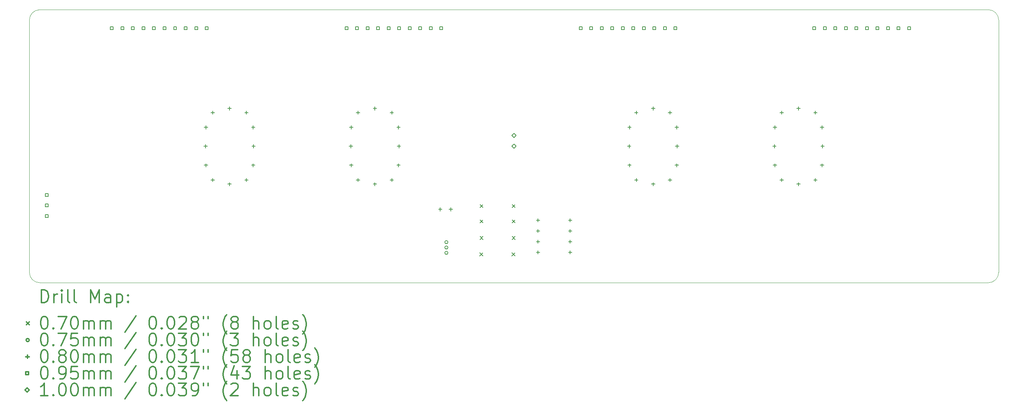
<source format=gbr>
%FSLAX45Y45*%
G04 Gerber Fmt 4.5, Leading zero omitted, Abs format (unit mm)*
G04 Created by KiCad (PCBNEW 5.1.9+dfsg1-1+deb11u1) date 2023-02-08 14:45:03*
%MOMM*%
%LPD*%
G01*
G04 APERTURE LIST*
%TA.AperFunction,Profile*%
%ADD10C,0.050000*%
%TD*%
%ADD11C,0.200000*%
%ADD12C,0.300000*%
G04 APERTURE END LIST*
D10*
X9690000Y-12195000D02*
X32190000Y-12195000D01*
X9445000Y-18435000D02*
X9445000Y-12440000D01*
X32190000Y-18680000D02*
X9690000Y-18680000D01*
X32435000Y-12440000D02*
X32435000Y-18435000D01*
X32190000Y-12195000D02*
G75*
G02*
X32435000Y-12440000I0J-245000D01*
G01*
X32435000Y-18435000D02*
G75*
G02*
X32190000Y-18680000I-245000J0D01*
G01*
X9690000Y-18680000D02*
G75*
G02*
X9445000Y-18435000I0J245000D01*
G01*
X9445000Y-12440000D02*
G75*
G02*
X9690000Y-12195000I245000J0D01*
G01*
D11*
X20130000Y-17970000D02*
X20200000Y-18040000D01*
X20200000Y-17970000D02*
X20130000Y-18040000D01*
X20133000Y-16825000D02*
X20203000Y-16895000D01*
X20203000Y-16825000D02*
X20133000Y-16895000D01*
X20133000Y-17190000D02*
X20203000Y-17260000D01*
X20203000Y-17190000D02*
X20133000Y-17260000D01*
X20133000Y-17580000D02*
X20203000Y-17650000D01*
X20203000Y-17580000D02*
X20133000Y-17650000D01*
X20892000Y-17970000D02*
X20962000Y-18040000D01*
X20962000Y-17970000D02*
X20892000Y-18040000D01*
X20895000Y-16825000D02*
X20965000Y-16895000D01*
X20965000Y-16825000D02*
X20895000Y-16895000D01*
X20895000Y-17190000D02*
X20965000Y-17260000D01*
X20965000Y-17190000D02*
X20895000Y-17260000D01*
X20895000Y-17580000D02*
X20965000Y-17650000D01*
X20965000Y-17580000D02*
X20895000Y-17650000D01*
X19372500Y-17716000D02*
G75*
G03*
X19372500Y-17716000I-37500J0D01*
G01*
X19372500Y-17843000D02*
G75*
G03*
X19372500Y-17843000I-37500J0D01*
G01*
X19372500Y-17970000D02*
G75*
G03*
X19372500Y-17970000I-37500J0D01*
G01*
X13622500Y-15397500D02*
X13622500Y-15477500D01*
X13582500Y-15437500D02*
X13662500Y-15437500D01*
X13632500Y-14947500D02*
X13632500Y-15027500D01*
X13592500Y-14987500D02*
X13672500Y-14987500D01*
X13632500Y-15847500D02*
X13632500Y-15927500D01*
X13592500Y-15887500D02*
X13672500Y-15887500D01*
X13792500Y-14597500D02*
X13792500Y-14677500D01*
X13752500Y-14637500D02*
X13832500Y-14637500D01*
X13792500Y-16197500D02*
X13792500Y-16277500D01*
X13752500Y-16237500D02*
X13832500Y-16237500D01*
X14192500Y-14497500D02*
X14192500Y-14577500D01*
X14152500Y-14537500D02*
X14232500Y-14537500D01*
X14192500Y-16297500D02*
X14192500Y-16377500D01*
X14152500Y-16337500D02*
X14232500Y-16337500D01*
X14592500Y-14597500D02*
X14592500Y-14677500D01*
X14552500Y-14637500D02*
X14632500Y-14637500D01*
X14592500Y-16197500D02*
X14592500Y-16277500D01*
X14552500Y-16237500D02*
X14632500Y-16237500D01*
X14752500Y-14947500D02*
X14752500Y-15027500D01*
X14712500Y-14987500D02*
X14792500Y-14987500D01*
X14752500Y-15847500D02*
X14752500Y-15927500D01*
X14712500Y-15887500D02*
X14792500Y-15887500D01*
X14762500Y-15397500D02*
X14762500Y-15477500D01*
X14722500Y-15437500D02*
X14802500Y-15437500D01*
X17070000Y-15397500D02*
X17070000Y-15477500D01*
X17030000Y-15437500D02*
X17110000Y-15437500D01*
X17080000Y-14947500D02*
X17080000Y-15027500D01*
X17040000Y-14987500D02*
X17120000Y-14987500D01*
X17080000Y-15847500D02*
X17080000Y-15927500D01*
X17040000Y-15887500D02*
X17120000Y-15887500D01*
X17240000Y-14597500D02*
X17240000Y-14677500D01*
X17200000Y-14637500D02*
X17280000Y-14637500D01*
X17240000Y-16197500D02*
X17240000Y-16277500D01*
X17200000Y-16237500D02*
X17280000Y-16237500D01*
X17640000Y-14497500D02*
X17640000Y-14577500D01*
X17600000Y-14537500D02*
X17680000Y-14537500D01*
X17640000Y-16297500D02*
X17640000Y-16377500D01*
X17600000Y-16337500D02*
X17680000Y-16337500D01*
X18040000Y-14597500D02*
X18040000Y-14677500D01*
X18000000Y-14637500D02*
X18080000Y-14637500D01*
X18040000Y-16197500D02*
X18040000Y-16277500D01*
X18000000Y-16237500D02*
X18080000Y-16237500D01*
X18200000Y-14947500D02*
X18200000Y-15027500D01*
X18160000Y-14987500D02*
X18240000Y-14987500D01*
X18200000Y-15847500D02*
X18200000Y-15927500D01*
X18160000Y-15887500D02*
X18240000Y-15887500D01*
X18210000Y-15397500D02*
X18210000Y-15477500D01*
X18170000Y-15437500D02*
X18250000Y-15437500D01*
X19190000Y-16895000D02*
X19190000Y-16975000D01*
X19150000Y-16935000D02*
X19230000Y-16935000D01*
X19440000Y-16895000D02*
X19440000Y-16975000D01*
X19400000Y-16935000D02*
X19480000Y-16935000D01*
X21510000Y-17155000D02*
X21510000Y-17235000D01*
X21470000Y-17195000D02*
X21550000Y-17195000D01*
X21510000Y-17409000D02*
X21510000Y-17489000D01*
X21470000Y-17449000D02*
X21550000Y-17449000D01*
X21510000Y-17663000D02*
X21510000Y-17743000D01*
X21470000Y-17703000D02*
X21550000Y-17703000D01*
X21510000Y-17917000D02*
X21510000Y-17997000D01*
X21470000Y-17957000D02*
X21550000Y-17957000D01*
X22272000Y-17155000D02*
X22272000Y-17235000D01*
X22232000Y-17195000D02*
X22312000Y-17195000D01*
X22272000Y-17409000D02*
X22272000Y-17489000D01*
X22232000Y-17449000D02*
X22312000Y-17449000D01*
X22272000Y-17663000D02*
X22272000Y-17743000D01*
X22232000Y-17703000D02*
X22312000Y-17703000D01*
X22272000Y-17917000D02*
X22272000Y-17997000D01*
X22232000Y-17957000D02*
X22312000Y-17957000D01*
X23670000Y-15397500D02*
X23670000Y-15477500D01*
X23630000Y-15437500D02*
X23710000Y-15437500D01*
X23680000Y-14947500D02*
X23680000Y-15027500D01*
X23640000Y-14987500D02*
X23720000Y-14987500D01*
X23680000Y-15847500D02*
X23680000Y-15927500D01*
X23640000Y-15887500D02*
X23720000Y-15887500D01*
X23840000Y-14597500D02*
X23840000Y-14677500D01*
X23800000Y-14637500D02*
X23880000Y-14637500D01*
X23840000Y-16197500D02*
X23840000Y-16277500D01*
X23800000Y-16237500D02*
X23880000Y-16237500D01*
X24240000Y-14497500D02*
X24240000Y-14577500D01*
X24200000Y-14537500D02*
X24280000Y-14537500D01*
X24240000Y-16297500D02*
X24240000Y-16377500D01*
X24200000Y-16337500D02*
X24280000Y-16337500D01*
X24640000Y-14597500D02*
X24640000Y-14677500D01*
X24600000Y-14637500D02*
X24680000Y-14637500D01*
X24640000Y-16197500D02*
X24640000Y-16277500D01*
X24600000Y-16237500D02*
X24680000Y-16237500D01*
X24800000Y-14947500D02*
X24800000Y-15027500D01*
X24760000Y-14987500D02*
X24840000Y-14987500D01*
X24800000Y-15847500D02*
X24800000Y-15927500D01*
X24760000Y-15887500D02*
X24840000Y-15887500D01*
X24810000Y-15397500D02*
X24810000Y-15477500D01*
X24770000Y-15437500D02*
X24850000Y-15437500D01*
X27117500Y-15397500D02*
X27117500Y-15477500D01*
X27077500Y-15437500D02*
X27157500Y-15437500D01*
X27127500Y-14947500D02*
X27127500Y-15027500D01*
X27087500Y-14987500D02*
X27167500Y-14987500D01*
X27127500Y-15847500D02*
X27127500Y-15927500D01*
X27087500Y-15887500D02*
X27167500Y-15887500D01*
X27287500Y-14597500D02*
X27287500Y-14677500D01*
X27247500Y-14637500D02*
X27327500Y-14637500D01*
X27287500Y-16197500D02*
X27287500Y-16277500D01*
X27247500Y-16237500D02*
X27327500Y-16237500D01*
X27687500Y-14497500D02*
X27687500Y-14577500D01*
X27647500Y-14537500D02*
X27727500Y-14537500D01*
X27687500Y-16297500D02*
X27687500Y-16377500D01*
X27647500Y-16337500D02*
X27727500Y-16337500D01*
X28087500Y-14597500D02*
X28087500Y-14677500D01*
X28047500Y-14637500D02*
X28127500Y-14637500D01*
X28087500Y-16197500D02*
X28087500Y-16277500D01*
X28047500Y-16237500D02*
X28127500Y-16237500D01*
X28247500Y-14947500D02*
X28247500Y-15027500D01*
X28207500Y-14987500D02*
X28287500Y-14987500D01*
X28247500Y-15847500D02*
X28247500Y-15927500D01*
X28207500Y-15887500D02*
X28287500Y-15887500D01*
X28257500Y-15397500D02*
X28257500Y-15477500D01*
X28217500Y-15437500D02*
X28297500Y-15437500D01*
X9893588Y-16628588D02*
X9893588Y-16561412D01*
X9826412Y-16561412D01*
X9826412Y-16628588D01*
X9893588Y-16628588D01*
X9893588Y-16878588D02*
X9893588Y-16811412D01*
X9826412Y-16811412D01*
X9826412Y-16878588D01*
X9893588Y-16878588D01*
X9893588Y-17128588D02*
X9893588Y-17061412D01*
X9826412Y-17061412D01*
X9826412Y-17128588D01*
X9893588Y-17128588D01*
X11433588Y-12668588D02*
X11433588Y-12601412D01*
X11366412Y-12601412D01*
X11366412Y-12668588D01*
X11433588Y-12668588D01*
X11683588Y-12668588D02*
X11683588Y-12601412D01*
X11616412Y-12601412D01*
X11616412Y-12668588D01*
X11683588Y-12668588D01*
X11933588Y-12668588D02*
X11933588Y-12601412D01*
X11866412Y-12601412D01*
X11866412Y-12668588D01*
X11933588Y-12668588D01*
X12183588Y-12668588D02*
X12183588Y-12601412D01*
X12116412Y-12601412D01*
X12116412Y-12668588D01*
X12183588Y-12668588D01*
X12433588Y-12668588D02*
X12433588Y-12601412D01*
X12366412Y-12601412D01*
X12366412Y-12668588D01*
X12433588Y-12668588D01*
X12683588Y-12668588D02*
X12683588Y-12601412D01*
X12616412Y-12601412D01*
X12616412Y-12668588D01*
X12683588Y-12668588D01*
X12933588Y-12668588D02*
X12933588Y-12601412D01*
X12866412Y-12601412D01*
X12866412Y-12668588D01*
X12933588Y-12668588D01*
X13183588Y-12668588D02*
X13183588Y-12601412D01*
X13116412Y-12601412D01*
X13116412Y-12668588D01*
X13183588Y-12668588D01*
X13433588Y-12668588D02*
X13433588Y-12601412D01*
X13366412Y-12601412D01*
X13366412Y-12668588D01*
X13433588Y-12668588D01*
X13683588Y-12668588D02*
X13683588Y-12601412D01*
X13616412Y-12601412D01*
X13616412Y-12668588D01*
X13683588Y-12668588D01*
X16998588Y-12668588D02*
X16998588Y-12601412D01*
X16931412Y-12601412D01*
X16931412Y-12668588D01*
X16998588Y-12668588D01*
X17248588Y-12668588D02*
X17248588Y-12601412D01*
X17181412Y-12601412D01*
X17181412Y-12668588D01*
X17248588Y-12668588D01*
X17498588Y-12668588D02*
X17498588Y-12601412D01*
X17431412Y-12601412D01*
X17431412Y-12668588D01*
X17498588Y-12668588D01*
X17748588Y-12668588D02*
X17748588Y-12601412D01*
X17681412Y-12601412D01*
X17681412Y-12668588D01*
X17748588Y-12668588D01*
X17998588Y-12668588D02*
X17998588Y-12601412D01*
X17931412Y-12601412D01*
X17931412Y-12668588D01*
X17998588Y-12668588D01*
X18248588Y-12668588D02*
X18248588Y-12601412D01*
X18181412Y-12601412D01*
X18181412Y-12668588D01*
X18248588Y-12668588D01*
X18498588Y-12668588D02*
X18498588Y-12601412D01*
X18431412Y-12601412D01*
X18431412Y-12668588D01*
X18498588Y-12668588D01*
X18748588Y-12668588D02*
X18748588Y-12601412D01*
X18681412Y-12601412D01*
X18681412Y-12668588D01*
X18748588Y-12668588D01*
X18998588Y-12668588D02*
X18998588Y-12601412D01*
X18931412Y-12601412D01*
X18931412Y-12668588D01*
X18998588Y-12668588D01*
X19248588Y-12668588D02*
X19248588Y-12601412D01*
X19181412Y-12601412D01*
X19181412Y-12668588D01*
X19248588Y-12668588D01*
X22553588Y-12668588D02*
X22553588Y-12601412D01*
X22486412Y-12601412D01*
X22486412Y-12668588D01*
X22553588Y-12668588D01*
X22803588Y-12668588D02*
X22803588Y-12601412D01*
X22736412Y-12601412D01*
X22736412Y-12668588D01*
X22803588Y-12668588D01*
X23053588Y-12668588D02*
X23053588Y-12601412D01*
X22986412Y-12601412D01*
X22986412Y-12668588D01*
X23053588Y-12668588D01*
X23303588Y-12668588D02*
X23303588Y-12601412D01*
X23236412Y-12601412D01*
X23236412Y-12668588D01*
X23303588Y-12668588D01*
X23553588Y-12668588D02*
X23553588Y-12601412D01*
X23486412Y-12601412D01*
X23486412Y-12668588D01*
X23553588Y-12668588D01*
X23803588Y-12668588D02*
X23803588Y-12601412D01*
X23736412Y-12601412D01*
X23736412Y-12668588D01*
X23803588Y-12668588D01*
X24053588Y-12668588D02*
X24053588Y-12601412D01*
X23986412Y-12601412D01*
X23986412Y-12668588D01*
X24053588Y-12668588D01*
X24303588Y-12668588D02*
X24303588Y-12601412D01*
X24236412Y-12601412D01*
X24236412Y-12668588D01*
X24303588Y-12668588D01*
X24553588Y-12668588D02*
X24553588Y-12601412D01*
X24486412Y-12601412D01*
X24486412Y-12668588D01*
X24553588Y-12668588D01*
X24803588Y-12668588D02*
X24803588Y-12601412D01*
X24736412Y-12601412D01*
X24736412Y-12668588D01*
X24803588Y-12668588D01*
X28093588Y-12668588D02*
X28093588Y-12601412D01*
X28026412Y-12601412D01*
X28026412Y-12668588D01*
X28093588Y-12668588D01*
X28343588Y-12668588D02*
X28343588Y-12601412D01*
X28276412Y-12601412D01*
X28276412Y-12668588D01*
X28343588Y-12668588D01*
X28593588Y-12668588D02*
X28593588Y-12601412D01*
X28526412Y-12601412D01*
X28526412Y-12668588D01*
X28593588Y-12668588D01*
X28843588Y-12668588D02*
X28843588Y-12601412D01*
X28776412Y-12601412D01*
X28776412Y-12668588D01*
X28843588Y-12668588D01*
X29093588Y-12668588D02*
X29093588Y-12601412D01*
X29026412Y-12601412D01*
X29026412Y-12668588D01*
X29093588Y-12668588D01*
X29343588Y-12668588D02*
X29343588Y-12601412D01*
X29276412Y-12601412D01*
X29276412Y-12668588D01*
X29343588Y-12668588D01*
X29593588Y-12668588D02*
X29593588Y-12601412D01*
X29526412Y-12601412D01*
X29526412Y-12668588D01*
X29593588Y-12668588D01*
X29843588Y-12668588D02*
X29843588Y-12601412D01*
X29776412Y-12601412D01*
X29776412Y-12668588D01*
X29843588Y-12668588D01*
X30093588Y-12668588D02*
X30093588Y-12601412D01*
X30026412Y-12601412D01*
X30026412Y-12668588D01*
X30093588Y-12668588D01*
X30343588Y-12668588D02*
X30343588Y-12601412D01*
X30276412Y-12601412D01*
X30276412Y-12668588D01*
X30343588Y-12668588D01*
X20940000Y-15233500D02*
X20990000Y-15183500D01*
X20940000Y-15133500D01*
X20890000Y-15183500D01*
X20940000Y-15233500D01*
X20940000Y-15487500D02*
X20990000Y-15437500D01*
X20940000Y-15387500D01*
X20890000Y-15437500D01*
X20940000Y-15487500D01*
D12*
X9726429Y-19150714D02*
X9726429Y-18850714D01*
X9797857Y-18850714D01*
X9840714Y-18865000D01*
X9869286Y-18893571D01*
X9883571Y-18922143D01*
X9897857Y-18979286D01*
X9897857Y-19022143D01*
X9883571Y-19079286D01*
X9869286Y-19107857D01*
X9840714Y-19136429D01*
X9797857Y-19150714D01*
X9726429Y-19150714D01*
X10026429Y-19150714D02*
X10026429Y-18950714D01*
X10026429Y-19007857D02*
X10040714Y-18979286D01*
X10055000Y-18965000D01*
X10083571Y-18950714D01*
X10112143Y-18950714D01*
X10212143Y-19150714D02*
X10212143Y-18950714D01*
X10212143Y-18850714D02*
X10197857Y-18865000D01*
X10212143Y-18879286D01*
X10226429Y-18865000D01*
X10212143Y-18850714D01*
X10212143Y-18879286D01*
X10397857Y-19150714D02*
X10369286Y-19136429D01*
X10355000Y-19107857D01*
X10355000Y-18850714D01*
X10555000Y-19150714D02*
X10526429Y-19136429D01*
X10512143Y-19107857D01*
X10512143Y-18850714D01*
X10897857Y-19150714D02*
X10897857Y-18850714D01*
X10997857Y-19065000D01*
X11097857Y-18850714D01*
X11097857Y-19150714D01*
X11369286Y-19150714D02*
X11369286Y-18993571D01*
X11355000Y-18965000D01*
X11326428Y-18950714D01*
X11269286Y-18950714D01*
X11240714Y-18965000D01*
X11369286Y-19136429D02*
X11340714Y-19150714D01*
X11269286Y-19150714D01*
X11240714Y-19136429D01*
X11226428Y-19107857D01*
X11226428Y-19079286D01*
X11240714Y-19050714D01*
X11269286Y-19036429D01*
X11340714Y-19036429D01*
X11369286Y-19022143D01*
X11512143Y-18950714D02*
X11512143Y-19250714D01*
X11512143Y-18965000D02*
X11540714Y-18950714D01*
X11597857Y-18950714D01*
X11626428Y-18965000D01*
X11640714Y-18979286D01*
X11655000Y-19007857D01*
X11655000Y-19093571D01*
X11640714Y-19122143D01*
X11626428Y-19136429D01*
X11597857Y-19150714D01*
X11540714Y-19150714D01*
X11512143Y-19136429D01*
X11783571Y-19122143D02*
X11797857Y-19136429D01*
X11783571Y-19150714D01*
X11769286Y-19136429D01*
X11783571Y-19122143D01*
X11783571Y-19150714D01*
X11783571Y-18965000D02*
X11797857Y-18979286D01*
X11783571Y-18993571D01*
X11769286Y-18979286D01*
X11783571Y-18965000D01*
X11783571Y-18993571D01*
X9370000Y-19610000D02*
X9440000Y-19680000D01*
X9440000Y-19610000D02*
X9370000Y-19680000D01*
X9783571Y-19480714D02*
X9812143Y-19480714D01*
X9840714Y-19495000D01*
X9855000Y-19509286D01*
X9869286Y-19537857D01*
X9883571Y-19595000D01*
X9883571Y-19666429D01*
X9869286Y-19723571D01*
X9855000Y-19752143D01*
X9840714Y-19766429D01*
X9812143Y-19780714D01*
X9783571Y-19780714D01*
X9755000Y-19766429D01*
X9740714Y-19752143D01*
X9726429Y-19723571D01*
X9712143Y-19666429D01*
X9712143Y-19595000D01*
X9726429Y-19537857D01*
X9740714Y-19509286D01*
X9755000Y-19495000D01*
X9783571Y-19480714D01*
X10012143Y-19752143D02*
X10026429Y-19766429D01*
X10012143Y-19780714D01*
X9997857Y-19766429D01*
X10012143Y-19752143D01*
X10012143Y-19780714D01*
X10126429Y-19480714D02*
X10326429Y-19480714D01*
X10197857Y-19780714D01*
X10497857Y-19480714D02*
X10526429Y-19480714D01*
X10555000Y-19495000D01*
X10569286Y-19509286D01*
X10583571Y-19537857D01*
X10597857Y-19595000D01*
X10597857Y-19666429D01*
X10583571Y-19723571D01*
X10569286Y-19752143D01*
X10555000Y-19766429D01*
X10526429Y-19780714D01*
X10497857Y-19780714D01*
X10469286Y-19766429D01*
X10455000Y-19752143D01*
X10440714Y-19723571D01*
X10426429Y-19666429D01*
X10426429Y-19595000D01*
X10440714Y-19537857D01*
X10455000Y-19509286D01*
X10469286Y-19495000D01*
X10497857Y-19480714D01*
X10726429Y-19780714D02*
X10726429Y-19580714D01*
X10726429Y-19609286D02*
X10740714Y-19595000D01*
X10769286Y-19580714D01*
X10812143Y-19580714D01*
X10840714Y-19595000D01*
X10855000Y-19623571D01*
X10855000Y-19780714D01*
X10855000Y-19623571D02*
X10869286Y-19595000D01*
X10897857Y-19580714D01*
X10940714Y-19580714D01*
X10969286Y-19595000D01*
X10983571Y-19623571D01*
X10983571Y-19780714D01*
X11126429Y-19780714D02*
X11126429Y-19580714D01*
X11126429Y-19609286D02*
X11140714Y-19595000D01*
X11169286Y-19580714D01*
X11212143Y-19580714D01*
X11240714Y-19595000D01*
X11255000Y-19623571D01*
X11255000Y-19780714D01*
X11255000Y-19623571D02*
X11269286Y-19595000D01*
X11297857Y-19580714D01*
X11340714Y-19580714D01*
X11369286Y-19595000D01*
X11383571Y-19623571D01*
X11383571Y-19780714D01*
X11969286Y-19466429D02*
X11712143Y-19852143D01*
X12355000Y-19480714D02*
X12383571Y-19480714D01*
X12412143Y-19495000D01*
X12426428Y-19509286D01*
X12440714Y-19537857D01*
X12455000Y-19595000D01*
X12455000Y-19666429D01*
X12440714Y-19723571D01*
X12426428Y-19752143D01*
X12412143Y-19766429D01*
X12383571Y-19780714D01*
X12355000Y-19780714D01*
X12326428Y-19766429D01*
X12312143Y-19752143D01*
X12297857Y-19723571D01*
X12283571Y-19666429D01*
X12283571Y-19595000D01*
X12297857Y-19537857D01*
X12312143Y-19509286D01*
X12326428Y-19495000D01*
X12355000Y-19480714D01*
X12583571Y-19752143D02*
X12597857Y-19766429D01*
X12583571Y-19780714D01*
X12569286Y-19766429D01*
X12583571Y-19752143D01*
X12583571Y-19780714D01*
X12783571Y-19480714D02*
X12812143Y-19480714D01*
X12840714Y-19495000D01*
X12855000Y-19509286D01*
X12869286Y-19537857D01*
X12883571Y-19595000D01*
X12883571Y-19666429D01*
X12869286Y-19723571D01*
X12855000Y-19752143D01*
X12840714Y-19766429D01*
X12812143Y-19780714D01*
X12783571Y-19780714D01*
X12755000Y-19766429D01*
X12740714Y-19752143D01*
X12726428Y-19723571D01*
X12712143Y-19666429D01*
X12712143Y-19595000D01*
X12726428Y-19537857D01*
X12740714Y-19509286D01*
X12755000Y-19495000D01*
X12783571Y-19480714D01*
X12997857Y-19509286D02*
X13012143Y-19495000D01*
X13040714Y-19480714D01*
X13112143Y-19480714D01*
X13140714Y-19495000D01*
X13155000Y-19509286D01*
X13169286Y-19537857D01*
X13169286Y-19566429D01*
X13155000Y-19609286D01*
X12983571Y-19780714D01*
X13169286Y-19780714D01*
X13340714Y-19609286D02*
X13312143Y-19595000D01*
X13297857Y-19580714D01*
X13283571Y-19552143D01*
X13283571Y-19537857D01*
X13297857Y-19509286D01*
X13312143Y-19495000D01*
X13340714Y-19480714D01*
X13397857Y-19480714D01*
X13426428Y-19495000D01*
X13440714Y-19509286D01*
X13455000Y-19537857D01*
X13455000Y-19552143D01*
X13440714Y-19580714D01*
X13426428Y-19595000D01*
X13397857Y-19609286D01*
X13340714Y-19609286D01*
X13312143Y-19623571D01*
X13297857Y-19637857D01*
X13283571Y-19666429D01*
X13283571Y-19723571D01*
X13297857Y-19752143D01*
X13312143Y-19766429D01*
X13340714Y-19780714D01*
X13397857Y-19780714D01*
X13426428Y-19766429D01*
X13440714Y-19752143D01*
X13455000Y-19723571D01*
X13455000Y-19666429D01*
X13440714Y-19637857D01*
X13426428Y-19623571D01*
X13397857Y-19609286D01*
X13569286Y-19480714D02*
X13569286Y-19537857D01*
X13683571Y-19480714D02*
X13683571Y-19537857D01*
X14126428Y-19895000D02*
X14112143Y-19880714D01*
X14083571Y-19837857D01*
X14069286Y-19809286D01*
X14055000Y-19766429D01*
X14040714Y-19695000D01*
X14040714Y-19637857D01*
X14055000Y-19566429D01*
X14069286Y-19523571D01*
X14083571Y-19495000D01*
X14112143Y-19452143D01*
X14126428Y-19437857D01*
X14283571Y-19609286D02*
X14255000Y-19595000D01*
X14240714Y-19580714D01*
X14226428Y-19552143D01*
X14226428Y-19537857D01*
X14240714Y-19509286D01*
X14255000Y-19495000D01*
X14283571Y-19480714D01*
X14340714Y-19480714D01*
X14369286Y-19495000D01*
X14383571Y-19509286D01*
X14397857Y-19537857D01*
X14397857Y-19552143D01*
X14383571Y-19580714D01*
X14369286Y-19595000D01*
X14340714Y-19609286D01*
X14283571Y-19609286D01*
X14255000Y-19623571D01*
X14240714Y-19637857D01*
X14226428Y-19666429D01*
X14226428Y-19723571D01*
X14240714Y-19752143D01*
X14255000Y-19766429D01*
X14283571Y-19780714D01*
X14340714Y-19780714D01*
X14369286Y-19766429D01*
X14383571Y-19752143D01*
X14397857Y-19723571D01*
X14397857Y-19666429D01*
X14383571Y-19637857D01*
X14369286Y-19623571D01*
X14340714Y-19609286D01*
X14755000Y-19780714D02*
X14755000Y-19480714D01*
X14883571Y-19780714D02*
X14883571Y-19623571D01*
X14869286Y-19595000D01*
X14840714Y-19580714D01*
X14797857Y-19580714D01*
X14769286Y-19595000D01*
X14755000Y-19609286D01*
X15069286Y-19780714D02*
X15040714Y-19766429D01*
X15026428Y-19752143D01*
X15012143Y-19723571D01*
X15012143Y-19637857D01*
X15026428Y-19609286D01*
X15040714Y-19595000D01*
X15069286Y-19580714D01*
X15112143Y-19580714D01*
X15140714Y-19595000D01*
X15155000Y-19609286D01*
X15169286Y-19637857D01*
X15169286Y-19723571D01*
X15155000Y-19752143D01*
X15140714Y-19766429D01*
X15112143Y-19780714D01*
X15069286Y-19780714D01*
X15340714Y-19780714D02*
X15312143Y-19766429D01*
X15297857Y-19737857D01*
X15297857Y-19480714D01*
X15569286Y-19766429D02*
X15540714Y-19780714D01*
X15483571Y-19780714D01*
X15455000Y-19766429D01*
X15440714Y-19737857D01*
X15440714Y-19623571D01*
X15455000Y-19595000D01*
X15483571Y-19580714D01*
X15540714Y-19580714D01*
X15569286Y-19595000D01*
X15583571Y-19623571D01*
X15583571Y-19652143D01*
X15440714Y-19680714D01*
X15697857Y-19766429D02*
X15726428Y-19780714D01*
X15783571Y-19780714D01*
X15812143Y-19766429D01*
X15826428Y-19737857D01*
X15826428Y-19723571D01*
X15812143Y-19695000D01*
X15783571Y-19680714D01*
X15740714Y-19680714D01*
X15712143Y-19666429D01*
X15697857Y-19637857D01*
X15697857Y-19623571D01*
X15712143Y-19595000D01*
X15740714Y-19580714D01*
X15783571Y-19580714D01*
X15812143Y-19595000D01*
X15926428Y-19895000D02*
X15940714Y-19880714D01*
X15969286Y-19837857D01*
X15983571Y-19809286D01*
X15997857Y-19766429D01*
X16012143Y-19695000D01*
X16012143Y-19637857D01*
X15997857Y-19566429D01*
X15983571Y-19523571D01*
X15969286Y-19495000D01*
X15940714Y-19452143D01*
X15926428Y-19437857D01*
X9440000Y-20041000D02*
G75*
G03*
X9440000Y-20041000I-37500J0D01*
G01*
X9783571Y-19876714D02*
X9812143Y-19876714D01*
X9840714Y-19891000D01*
X9855000Y-19905286D01*
X9869286Y-19933857D01*
X9883571Y-19991000D01*
X9883571Y-20062429D01*
X9869286Y-20119571D01*
X9855000Y-20148143D01*
X9840714Y-20162429D01*
X9812143Y-20176714D01*
X9783571Y-20176714D01*
X9755000Y-20162429D01*
X9740714Y-20148143D01*
X9726429Y-20119571D01*
X9712143Y-20062429D01*
X9712143Y-19991000D01*
X9726429Y-19933857D01*
X9740714Y-19905286D01*
X9755000Y-19891000D01*
X9783571Y-19876714D01*
X10012143Y-20148143D02*
X10026429Y-20162429D01*
X10012143Y-20176714D01*
X9997857Y-20162429D01*
X10012143Y-20148143D01*
X10012143Y-20176714D01*
X10126429Y-19876714D02*
X10326429Y-19876714D01*
X10197857Y-20176714D01*
X10583571Y-19876714D02*
X10440714Y-19876714D01*
X10426429Y-20019571D01*
X10440714Y-20005286D01*
X10469286Y-19991000D01*
X10540714Y-19991000D01*
X10569286Y-20005286D01*
X10583571Y-20019571D01*
X10597857Y-20048143D01*
X10597857Y-20119571D01*
X10583571Y-20148143D01*
X10569286Y-20162429D01*
X10540714Y-20176714D01*
X10469286Y-20176714D01*
X10440714Y-20162429D01*
X10426429Y-20148143D01*
X10726429Y-20176714D02*
X10726429Y-19976714D01*
X10726429Y-20005286D02*
X10740714Y-19991000D01*
X10769286Y-19976714D01*
X10812143Y-19976714D01*
X10840714Y-19991000D01*
X10855000Y-20019571D01*
X10855000Y-20176714D01*
X10855000Y-20019571D02*
X10869286Y-19991000D01*
X10897857Y-19976714D01*
X10940714Y-19976714D01*
X10969286Y-19991000D01*
X10983571Y-20019571D01*
X10983571Y-20176714D01*
X11126429Y-20176714D02*
X11126429Y-19976714D01*
X11126429Y-20005286D02*
X11140714Y-19991000D01*
X11169286Y-19976714D01*
X11212143Y-19976714D01*
X11240714Y-19991000D01*
X11255000Y-20019571D01*
X11255000Y-20176714D01*
X11255000Y-20019571D02*
X11269286Y-19991000D01*
X11297857Y-19976714D01*
X11340714Y-19976714D01*
X11369286Y-19991000D01*
X11383571Y-20019571D01*
X11383571Y-20176714D01*
X11969286Y-19862429D02*
X11712143Y-20248143D01*
X12355000Y-19876714D02*
X12383571Y-19876714D01*
X12412143Y-19891000D01*
X12426428Y-19905286D01*
X12440714Y-19933857D01*
X12455000Y-19991000D01*
X12455000Y-20062429D01*
X12440714Y-20119571D01*
X12426428Y-20148143D01*
X12412143Y-20162429D01*
X12383571Y-20176714D01*
X12355000Y-20176714D01*
X12326428Y-20162429D01*
X12312143Y-20148143D01*
X12297857Y-20119571D01*
X12283571Y-20062429D01*
X12283571Y-19991000D01*
X12297857Y-19933857D01*
X12312143Y-19905286D01*
X12326428Y-19891000D01*
X12355000Y-19876714D01*
X12583571Y-20148143D02*
X12597857Y-20162429D01*
X12583571Y-20176714D01*
X12569286Y-20162429D01*
X12583571Y-20148143D01*
X12583571Y-20176714D01*
X12783571Y-19876714D02*
X12812143Y-19876714D01*
X12840714Y-19891000D01*
X12855000Y-19905286D01*
X12869286Y-19933857D01*
X12883571Y-19991000D01*
X12883571Y-20062429D01*
X12869286Y-20119571D01*
X12855000Y-20148143D01*
X12840714Y-20162429D01*
X12812143Y-20176714D01*
X12783571Y-20176714D01*
X12755000Y-20162429D01*
X12740714Y-20148143D01*
X12726428Y-20119571D01*
X12712143Y-20062429D01*
X12712143Y-19991000D01*
X12726428Y-19933857D01*
X12740714Y-19905286D01*
X12755000Y-19891000D01*
X12783571Y-19876714D01*
X12983571Y-19876714D02*
X13169286Y-19876714D01*
X13069286Y-19991000D01*
X13112143Y-19991000D01*
X13140714Y-20005286D01*
X13155000Y-20019571D01*
X13169286Y-20048143D01*
X13169286Y-20119571D01*
X13155000Y-20148143D01*
X13140714Y-20162429D01*
X13112143Y-20176714D01*
X13026428Y-20176714D01*
X12997857Y-20162429D01*
X12983571Y-20148143D01*
X13355000Y-19876714D02*
X13383571Y-19876714D01*
X13412143Y-19891000D01*
X13426428Y-19905286D01*
X13440714Y-19933857D01*
X13455000Y-19991000D01*
X13455000Y-20062429D01*
X13440714Y-20119571D01*
X13426428Y-20148143D01*
X13412143Y-20162429D01*
X13383571Y-20176714D01*
X13355000Y-20176714D01*
X13326428Y-20162429D01*
X13312143Y-20148143D01*
X13297857Y-20119571D01*
X13283571Y-20062429D01*
X13283571Y-19991000D01*
X13297857Y-19933857D01*
X13312143Y-19905286D01*
X13326428Y-19891000D01*
X13355000Y-19876714D01*
X13569286Y-19876714D02*
X13569286Y-19933857D01*
X13683571Y-19876714D02*
X13683571Y-19933857D01*
X14126428Y-20291000D02*
X14112143Y-20276714D01*
X14083571Y-20233857D01*
X14069286Y-20205286D01*
X14055000Y-20162429D01*
X14040714Y-20091000D01*
X14040714Y-20033857D01*
X14055000Y-19962429D01*
X14069286Y-19919571D01*
X14083571Y-19891000D01*
X14112143Y-19848143D01*
X14126428Y-19833857D01*
X14212143Y-19876714D02*
X14397857Y-19876714D01*
X14297857Y-19991000D01*
X14340714Y-19991000D01*
X14369286Y-20005286D01*
X14383571Y-20019571D01*
X14397857Y-20048143D01*
X14397857Y-20119571D01*
X14383571Y-20148143D01*
X14369286Y-20162429D01*
X14340714Y-20176714D01*
X14255000Y-20176714D01*
X14226428Y-20162429D01*
X14212143Y-20148143D01*
X14755000Y-20176714D02*
X14755000Y-19876714D01*
X14883571Y-20176714D02*
X14883571Y-20019571D01*
X14869286Y-19991000D01*
X14840714Y-19976714D01*
X14797857Y-19976714D01*
X14769286Y-19991000D01*
X14755000Y-20005286D01*
X15069286Y-20176714D02*
X15040714Y-20162429D01*
X15026428Y-20148143D01*
X15012143Y-20119571D01*
X15012143Y-20033857D01*
X15026428Y-20005286D01*
X15040714Y-19991000D01*
X15069286Y-19976714D01*
X15112143Y-19976714D01*
X15140714Y-19991000D01*
X15155000Y-20005286D01*
X15169286Y-20033857D01*
X15169286Y-20119571D01*
X15155000Y-20148143D01*
X15140714Y-20162429D01*
X15112143Y-20176714D01*
X15069286Y-20176714D01*
X15340714Y-20176714D02*
X15312143Y-20162429D01*
X15297857Y-20133857D01*
X15297857Y-19876714D01*
X15569286Y-20162429D02*
X15540714Y-20176714D01*
X15483571Y-20176714D01*
X15455000Y-20162429D01*
X15440714Y-20133857D01*
X15440714Y-20019571D01*
X15455000Y-19991000D01*
X15483571Y-19976714D01*
X15540714Y-19976714D01*
X15569286Y-19991000D01*
X15583571Y-20019571D01*
X15583571Y-20048143D01*
X15440714Y-20076714D01*
X15697857Y-20162429D02*
X15726428Y-20176714D01*
X15783571Y-20176714D01*
X15812143Y-20162429D01*
X15826428Y-20133857D01*
X15826428Y-20119571D01*
X15812143Y-20091000D01*
X15783571Y-20076714D01*
X15740714Y-20076714D01*
X15712143Y-20062429D01*
X15697857Y-20033857D01*
X15697857Y-20019571D01*
X15712143Y-19991000D01*
X15740714Y-19976714D01*
X15783571Y-19976714D01*
X15812143Y-19991000D01*
X15926428Y-20291000D02*
X15940714Y-20276714D01*
X15969286Y-20233857D01*
X15983571Y-20205286D01*
X15997857Y-20162429D01*
X16012143Y-20091000D01*
X16012143Y-20033857D01*
X15997857Y-19962429D01*
X15983571Y-19919571D01*
X15969286Y-19891000D01*
X15940714Y-19848143D01*
X15926428Y-19833857D01*
X9400000Y-20397000D02*
X9400000Y-20477000D01*
X9360000Y-20437000D02*
X9440000Y-20437000D01*
X9783571Y-20272714D02*
X9812143Y-20272714D01*
X9840714Y-20287000D01*
X9855000Y-20301286D01*
X9869286Y-20329857D01*
X9883571Y-20387000D01*
X9883571Y-20458429D01*
X9869286Y-20515571D01*
X9855000Y-20544143D01*
X9840714Y-20558429D01*
X9812143Y-20572714D01*
X9783571Y-20572714D01*
X9755000Y-20558429D01*
X9740714Y-20544143D01*
X9726429Y-20515571D01*
X9712143Y-20458429D01*
X9712143Y-20387000D01*
X9726429Y-20329857D01*
X9740714Y-20301286D01*
X9755000Y-20287000D01*
X9783571Y-20272714D01*
X10012143Y-20544143D02*
X10026429Y-20558429D01*
X10012143Y-20572714D01*
X9997857Y-20558429D01*
X10012143Y-20544143D01*
X10012143Y-20572714D01*
X10197857Y-20401286D02*
X10169286Y-20387000D01*
X10155000Y-20372714D01*
X10140714Y-20344143D01*
X10140714Y-20329857D01*
X10155000Y-20301286D01*
X10169286Y-20287000D01*
X10197857Y-20272714D01*
X10255000Y-20272714D01*
X10283571Y-20287000D01*
X10297857Y-20301286D01*
X10312143Y-20329857D01*
X10312143Y-20344143D01*
X10297857Y-20372714D01*
X10283571Y-20387000D01*
X10255000Y-20401286D01*
X10197857Y-20401286D01*
X10169286Y-20415571D01*
X10155000Y-20429857D01*
X10140714Y-20458429D01*
X10140714Y-20515571D01*
X10155000Y-20544143D01*
X10169286Y-20558429D01*
X10197857Y-20572714D01*
X10255000Y-20572714D01*
X10283571Y-20558429D01*
X10297857Y-20544143D01*
X10312143Y-20515571D01*
X10312143Y-20458429D01*
X10297857Y-20429857D01*
X10283571Y-20415571D01*
X10255000Y-20401286D01*
X10497857Y-20272714D02*
X10526429Y-20272714D01*
X10555000Y-20287000D01*
X10569286Y-20301286D01*
X10583571Y-20329857D01*
X10597857Y-20387000D01*
X10597857Y-20458429D01*
X10583571Y-20515571D01*
X10569286Y-20544143D01*
X10555000Y-20558429D01*
X10526429Y-20572714D01*
X10497857Y-20572714D01*
X10469286Y-20558429D01*
X10455000Y-20544143D01*
X10440714Y-20515571D01*
X10426429Y-20458429D01*
X10426429Y-20387000D01*
X10440714Y-20329857D01*
X10455000Y-20301286D01*
X10469286Y-20287000D01*
X10497857Y-20272714D01*
X10726429Y-20572714D02*
X10726429Y-20372714D01*
X10726429Y-20401286D02*
X10740714Y-20387000D01*
X10769286Y-20372714D01*
X10812143Y-20372714D01*
X10840714Y-20387000D01*
X10855000Y-20415571D01*
X10855000Y-20572714D01*
X10855000Y-20415571D02*
X10869286Y-20387000D01*
X10897857Y-20372714D01*
X10940714Y-20372714D01*
X10969286Y-20387000D01*
X10983571Y-20415571D01*
X10983571Y-20572714D01*
X11126429Y-20572714D02*
X11126429Y-20372714D01*
X11126429Y-20401286D02*
X11140714Y-20387000D01*
X11169286Y-20372714D01*
X11212143Y-20372714D01*
X11240714Y-20387000D01*
X11255000Y-20415571D01*
X11255000Y-20572714D01*
X11255000Y-20415571D02*
X11269286Y-20387000D01*
X11297857Y-20372714D01*
X11340714Y-20372714D01*
X11369286Y-20387000D01*
X11383571Y-20415571D01*
X11383571Y-20572714D01*
X11969286Y-20258429D02*
X11712143Y-20644143D01*
X12355000Y-20272714D02*
X12383571Y-20272714D01*
X12412143Y-20287000D01*
X12426428Y-20301286D01*
X12440714Y-20329857D01*
X12455000Y-20387000D01*
X12455000Y-20458429D01*
X12440714Y-20515571D01*
X12426428Y-20544143D01*
X12412143Y-20558429D01*
X12383571Y-20572714D01*
X12355000Y-20572714D01*
X12326428Y-20558429D01*
X12312143Y-20544143D01*
X12297857Y-20515571D01*
X12283571Y-20458429D01*
X12283571Y-20387000D01*
X12297857Y-20329857D01*
X12312143Y-20301286D01*
X12326428Y-20287000D01*
X12355000Y-20272714D01*
X12583571Y-20544143D02*
X12597857Y-20558429D01*
X12583571Y-20572714D01*
X12569286Y-20558429D01*
X12583571Y-20544143D01*
X12583571Y-20572714D01*
X12783571Y-20272714D02*
X12812143Y-20272714D01*
X12840714Y-20287000D01*
X12855000Y-20301286D01*
X12869286Y-20329857D01*
X12883571Y-20387000D01*
X12883571Y-20458429D01*
X12869286Y-20515571D01*
X12855000Y-20544143D01*
X12840714Y-20558429D01*
X12812143Y-20572714D01*
X12783571Y-20572714D01*
X12755000Y-20558429D01*
X12740714Y-20544143D01*
X12726428Y-20515571D01*
X12712143Y-20458429D01*
X12712143Y-20387000D01*
X12726428Y-20329857D01*
X12740714Y-20301286D01*
X12755000Y-20287000D01*
X12783571Y-20272714D01*
X12983571Y-20272714D02*
X13169286Y-20272714D01*
X13069286Y-20387000D01*
X13112143Y-20387000D01*
X13140714Y-20401286D01*
X13155000Y-20415571D01*
X13169286Y-20444143D01*
X13169286Y-20515571D01*
X13155000Y-20544143D01*
X13140714Y-20558429D01*
X13112143Y-20572714D01*
X13026428Y-20572714D01*
X12997857Y-20558429D01*
X12983571Y-20544143D01*
X13455000Y-20572714D02*
X13283571Y-20572714D01*
X13369286Y-20572714D02*
X13369286Y-20272714D01*
X13340714Y-20315571D01*
X13312143Y-20344143D01*
X13283571Y-20358429D01*
X13569286Y-20272714D02*
X13569286Y-20329857D01*
X13683571Y-20272714D02*
X13683571Y-20329857D01*
X14126428Y-20687000D02*
X14112143Y-20672714D01*
X14083571Y-20629857D01*
X14069286Y-20601286D01*
X14055000Y-20558429D01*
X14040714Y-20487000D01*
X14040714Y-20429857D01*
X14055000Y-20358429D01*
X14069286Y-20315571D01*
X14083571Y-20287000D01*
X14112143Y-20244143D01*
X14126428Y-20229857D01*
X14383571Y-20272714D02*
X14240714Y-20272714D01*
X14226428Y-20415571D01*
X14240714Y-20401286D01*
X14269286Y-20387000D01*
X14340714Y-20387000D01*
X14369286Y-20401286D01*
X14383571Y-20415571D01*
X14397857Y-20444143D01*
X14397857Y-20515571D01*
X14383571Y-20544143D01*
X14369286Y-20558429D01*
X14340714Y-20572714D01*
X14269286Y-20572714D01*
X14240714Y-20558429D01*
X14226428Y-20544143D01*
X14569286Y-20401286D02*
X14540714Y-20387000D01*
X14526428Y-20372714D01*
X14512143Y-20344143D01*
X14512143Y-20329857D01*
X14526428Y-20301286D01*
X14540714Y-20287000D01*
X14569286Y-20272714D01*
X14626428Y-20272714D01*
X14655000Y-20287000D01*
X14669286Y-20301286D01*
X14683571Y-20329857D01*
X14683571Y-20344143D01*
X14669286Y-20372714D01*
X14655000Y-20387000D01*
X14626428Y-20401286D01*
X14569286Y-20401286D01*
X14540714Y-20415571D01*
X14526428Y-20429857D01*
X14512143Y-20458429D01*
X14512143Y-20515571D01*
X14526428Y-20544143D01*
X14540714Y-20558429D01*
X14569286Y-20572714D01*
X14626428Y-20572714D01*
X14655000Y-20558429D01*
X14669286Y-20544143D01*
X14683571Y-20515571D01*
X14683571Y-20458429D01*
X14669286Y-20429857D01*
X14655000Y-20415571D01*
X14626428Y-20401286D01*
X15040714Y-20572714D02*
X15040714Y-20272714D01*
X15169286Y-20572714D02*
X15169286Y-20415571D01*
X15155000Y-20387000D01*
X15126428Y-20372714D01*
X15083571Y-20372714D01*
X15055000Y-20387000D01*
X15040714Y-20401286D01*
X15355000Y-20572714D02*
X15326428Y-20558429D01*
X15312143Y-20544143D01*
X15297857Y-20515571D01*
X15297857Y-20429857D01*
X15312143Y-20401286D01*
X15326428Y-20387000D01*
X15355000Y-20372714D01*
X15397857Y-20372714D01*
X15426428Y-20387000D01*
X15440714Y-20401286D01*
X15455000Y-20429857D01*
X15455000Y-20515571D01*
X15440714Y-20544143D01*
X15426428Y-20558429D01*
X15397857Y-20572714D01*
X15355000Y-20572714D01*
X15626428Y-20572714D02*
X15597857Y-20558429D01*
X15583571Y-20529857D01*
X15583571Y-20272714D01*
X15855000Y-20558429D02*
X15826428Y-20572714D01*
X15769286Y-20572714D01*
X15740714Y-20558429D01*
X15726428Y-20529857D01*
X15726428Y-20415571D01*
X15740714Y-20387000D01*
X15769286Y-20372714D01*
X15826428Y-20372714D01*
X15855000Y-20387000D01*
X15869286Y-20415571D01*
X15869286Y-20444143D01*
X15726428Y-20472714D01*
X15983571Y-20558429D02*
X16012143Y-20572714D01*
X16069286Y-20572714D01*
X16097857Y-20558429D01*
X16112143Y-20529857D01*
X16112143Y-20515571D01*
X16097857Y-20487000D01*
X16069286Y-20472714D01*
X16026428Y-20472714D01*
X15997857Y-20458429D01*
X15983571Y-20429857D01*
X15983571Y-20415571D01*
X15997857Y-20387000D01*
X16026428Y-20372714D01*
X16069286Y-20372714D01*
X16097857Y-20387000D01*
X16212143Y-20687000D02*
X16226428Y-20672714D01*
X16255000Y-20629857D01*
X16269286Y-20601286D01*
X16283571Y-20558429D01*
X16297857Y-20487000D01*
X16297857Y-20429857D01*
X16283571Y-20358429D01*
X16269286Y-20315571D01*
X16255000Y-20287000D01*
X16226428Y-20244143D01*
X16212143Y-20229857D01*
X9426088Y-20866588D02*
X9426088Y-20799412D01*
X9358912Y-20799412D01*
X9358912Y-20866588D01*
X9426088Y-20866588D01*
X9783571Y-20668714D02*
X9812143Y-20668714D01*
X9840714Y-20683000D01*
X9855000Y-20697286D01*
X9869286Y-20725857D01*
X9883571Y-20783000D01*
X9883571Y-20854429D01*
X9869286Y-20911571D01*
X9855000Y-20940143D01*
X9840714Y-20954429D01*
X9812143Y-20968714D01*
X9783571Y-20968714D01*
X9755000Y-20954429D01*
X9740714Y-20940143D01*
X9726429Y-20911571D01*
X9712143Y-20854429D01*
X9712143Y-20783000D01*
X9726429Y-20725857D01*
X9740714Y-20697286D01*
X9755000Y-20683000D01*
X9783571Y-20668714D01*
X10012143Y-20940143D02*
X10026429Y-20954429D01*
X10012143Y-20968714D01*
X9997857Y-20954429D01*
X10012143Y-20940143D01*
X10012143Y-20968714D01*
X10169286Y-20968714D02*
X10226429Y-20968714D01*
X10255000Y-20954429D01*
X10269286Y-20940143D01*
X10297857Y-20897286D01*
X10312143Y-20840143D01*
X10312143Y-20725857D01*
X10297857Y-20697286D01*
X10283571Y-20683000D01*
X10255000Y-20668714D01*
X10197857Y-20668714D01*
X10169286Y-20683000D01*
X10155000Y-20697286D01*
X10140714Y-20725857D01*
X10140714Y-20797286D01*
X10155000Y-20825857D01*
X10169286Y-20840143D01*
X10197857Y-20854429D01*
X10255000Y-20854429D01*
X10283571Y-20840143D01*
X10297857Y-20825857D01*
X10312143Y-20797286D01*
X10583571Y-20668714D02*
X10440714Y-20668714D01*
X10426429Y-20811571D01*
X10440714Y-20797286D01*
X10469286Y-20783000D01*
X10540714Y-20783000D01*
X10569286Y-20797286D01*
X10583571Y-20811571D01*
X10597857Y-20840143D01*
X10597857Y-20911571D01*
X10583571Y-20940143D01*
X10569286Y-20954429D01*
X10540714Y-20968714D01*
X10469286Y-20968714D01*
X10440714Y-20954429D01*
X10426429Y-20940143D01*
X10726429Y-20968714D02*
X10726429Y-20768714D01*
X10726429Y-20797286D02*
X10740714Y-20783000D01*
X10769286Y-20768714D01*
X10812143Y-20768714D01*
X10840714Y-20783000D01*
X10855000Y-20811571D01*
X10855000Y-20968714D01*
X10855000Y-20811571D02*
X10869286Y-20783000D01*
X10897857Y-20768714D01*
X10940714Y-20768714D01*
X10969286Y-20783000D01*
X10983571Y-20811571D01*
X10983571Y-20968714D01*
X11126429Y-20968714D02*
X11126429Y-20768714D01*
X11126429Y-20797286D02*
X11140714Y-20783000D01*
X11169286Y-20768714D01*
X11212143Y-20768714D01*
X11240714Y-20783000D01*
X11255000Y-20811571D01*
X11255000Y-20968714D01*
X11255000Y-20811571D02*
X11269286Y-20783000D01*
X11297857Y-20768714D01*
X11340714Y-20768714D01*
X11369286Y-20783000D01*
X11383571Y-20811571D01*
X11383571Y-20968714D01*
X11969286Y-20654429D02*
X11712143Y-21040143D01*
X12355000Y-20668714D02*
X12383571Y-20668714D01*
X12412143Y-20683000D01*
X12426428Y-20697286D01*
X12440714Y-20725857D01*
X12455000Y-20783000D01*
X12455000Y-20854429D01*
X12440714Y-20911571D01*
X12426428Y-20940143D01*
X12412143Y-20954429D01*
X12383571Y-20968714D01*
X12355000Y-20968714D01*
X12326428Y-20954429D01*
X12312143Y-20940143D01*
X12297857Y-20911571D01*
X12283571Y-20854429D01*
X12283571Y-20783000D01*
X12297857Y-20725857D01*
X12312143Y-20697286D01*
X12326428Y-20683000D01*
X12355000Y-20668714D01*
X12583571Y-20940143D02*
X12597857Y-20954429D01*
X12583571Y-20968714D01*
X12569286Y-20954429D01*
X12583571Y-20940143D01*
X12583571Y-20968714D01*
X12783571Y-20668714D02*
X12812143Y-20668714D01*
X12840714Y-20683000D01*
X12855000Y-20697286D01*
X12869286Y-20725857D01*
X12883571Y-20783000D01*
X12883571Y-20854429D01*
X12869286Y-20911571D01*
X12855000Y-20940143D01*
X12840714Y-20954429D01*
X12812143Y-20968714D01*
X12783571Y-20968714D01*
X12755000Y-20954429D01*
X12740714Y-20940143D01*
X12726428Y-20911571D01*
X12712143Y-20854429D01*
X12712143Y-20783000D01*
X12726428Y-20725857D01*
X12740714Y-20697286D01*
X12755000Y-20683000D01*
X12783571Y-20668714D01*
X12983571Y-20668714D02*
X13169286Y-20668714D01*
X13069286Y-20783000D01*
X13112143Y-20783000D01*
X13140714Y-20797286D01*
X13155000Y-20811571D01*
X13169286Y-20840143D01*
X13169286Y-20911571D01*
X13155000Y-20940143D01*
X13140714Y-20954429D01*
X13112143Y-20968714D01*
X13026428Y-20968714D01*
X12997857Y-20954429D01*
X12983571Y-20940143D01*
X13269286Y-20668714D02*
X13469286Y-20668714D01*
X13340714Y-20968714D01*
X13569286Y-20668714D02*
X13569286Y-20725857D01*
X13683571Y-20668714D02*
X13683571Y-20725857D01*
X14126428Y-21083000D02*
X14112143Y-21068714D01*
X14083571Y-21025857D01*
X14069286Y-20997286D01*
X14055000Y-20954429D01*
X14040714Y-20883000D01*
X14040714Y-20825857D01*
X14055000Y-20754429D01*
X14069286Y-20711571D01*
X14083571Y-20683000D01*
X14112143Y-20640143D01*
X14126428Y-20625857D01*
X14369286Y-20768714D02*
X14369286Y-20968714D01*
X14297857Y-20654429D02*
X14226428Y-20868714D01*
X14412143Y-20868714D01*
X14497857Y-20668714D02*
X14683571Y-20668714D01*
X14583571Y-20783000D01*
X14626428Y-20783000D01*
X14655000Y-20797286D01*
X14669286Y-20811571D01*
X14683571Y-20840143D01*
X14683571Y-20911571D01*
X14669286Y-20940143D01*
X14655000Y-20954429D01*
X14626428Y-20968714D01*
X14540714Y-20968714D01*
X14512143Y-20954429D01*
X14497857Y-20940143D01*
X15040714Y-20968714D02*
X15040714Y-20668714D01*
X15169286Y-20968714D02*
X15169286Y-20811571D01*
X15155000Y-20783000D01*
X15126428Y-20768714D01*
X15083571Y-20768714D01*
X15055000Y-20783000D01*
X15040714Y-20797286D01*
X15355000Y-20968714D02*
X15326428Y-20954429D01*
X15312143Y-20940143D01*
X15297857Y-20911571D01*
X15297857Y-20825857D01*
X15312143Y-20797286D01*
X15326428Y-20783000D01*
X15355000Y-20768714D01*
X15397857Y-20768714D01*
X15426428Y-20783000D01*
X15440714Y-20797286D01*
X15455000Y-20825857D01*
X15455000Y-20911571D01*
X15440714Y-20940143D01*
X15426428Y-20954429D01*
X15397857Y-20968714D01*
X15355000Y-20968714D01*
X15626428Y-20968714D02*
X15597857Y-20954429D01*
X15583571Y-20925857D01*
X15583571Y-20668714D01*
X15855000Y-20954429D02*
X15826428Y-20968714D01*
X15769286Y-20968714D01*
X15740714Y-20954429D01*
X15726428Y-20925857D01*
X15726428Y-20811571D01*
X15740714Y-20783000D01*
X15769286Y-20768714D01*
X15826428Y-20768714D01*
X15855000Y-20783000D01*
X15869286Y-20811571D01*
X15869286Y-20840143D01*
X15726428Y-20868714D01*
X15983571Y-20954429D02*
X16012143Y-20968714D01*
X16069286Y-20968714D01*
X16097857Y-20954429D01*
X16112143Y-20925857D01*
X16112143Y-20911571D01*
X16097857Y-20883000D01*
X16069286Y-20868714D01*
X16026428Y-20868714D01*
X15997857Y-20854429D01*
X15983571Y-20825857D01*
X15983571Y-20811571D01*
X15997857Y-20783000D01*
X16026428Y-20768714D01*
X16069286Y-20768714D01*
X16097857Y-20783000D01*
X16212143Y-21083000D02*
X16226428Y-21068714D01*
X16255000Y-21025857D01*
X16269286Y-20997286D01*
X16283571Y-20954429D01*
X16297857Y-20883000D01*
X16297857Y-20825857D01*
X16283571Y-20754429D01*
X16269286Y-20711571D01*
X16255000Y-20683000D01*
X16226428Y-20640143D01*
X16212143Y-20625857D01*
X9390000Y-21279000D02*
X9440000Y-21229000D01*
X9390000Y-21179000D01*
X9340000Y-21229000D01*
X9390000Y-21279000D01*
X9883571Y-21364714D02*
X9712143Y-21364714D01*
X9797857Y-21364714D02*
X9797857Y-21064714D01*
X9769286Y-21107571D01*
X9740714Y-21136143D01*
X9712143Y-21150429D01*
X10012143Y-21336143D02*
X10026429Y-21350429D01*
X10012143Y-21364714D01*
X9997857Y-21350429D01*
X10012143Y-21336143D01*
X10012143Y-21364714D01*
X10212143Y-21064714D02*
X10240714Y-21064714D01*
X10269286Y-21079000D01*
X10283571Y-21093286D01*
X10297857Y-21121857D01*
X10312143Y-21179000D01*
X10312143Y-21250429D01*
X10297857Y-21307571D01*
X10283571Y-21336143D01*
X10269286Y-21350429D01*
X10240714Y-21364714D01*
X10212143Y-21364714D01*
X10183571Y-21350429D01*
X10169286Y-21336143D01*
X10155000Y-21307571D01*
X10140714Y-21250429D01*
X10140714Y-21179000D01*
X10155000Y-21121857D01*
X10169286Y-21093286D01*
X10183571Y-21079000D01*
X10212143Y-21064714D01*
X10497857Y-21064714D02*
X10526429Y-21064714D01*
X10555000Y-21079000D01*
X10569286Y-21093286D01*
X10583571Y-21121857D01*
X10597857Y-21179000D01*
X10597857Y-21250429D01*
X10583571Y-21307571D01*
X10569286Y-21336143D01*
X10555000Y-21350429D01*
X10526429Y-21364714D01*
X10497857Y-21364714D01*
X10469286Y-21350429D01*
X10455000Y-21336143D01*
X10440714Y-21307571D01*
X10426429Y-21250429D01*
X10426429Y-21179000D01*
X10440714Y-21121857D01*
X10455000Y-21093286D01*
X10469286Y-21079000D01*
X10497857Y-21064714D01*
X10726429Y-21364714D02*
X10726429Y-21164714D01*
X10726429Y-21193286D02*
X10740714Y-21179000D01*
X10769286Y-21164714D01*
X10812143Y-21164714D01*
X10840714Y-21179000D01*
X10855000Y-21207571D01*
X10855000Y-21364714D01*
X10855000Y-21207571D02*
X10869286Y-21179000D01*
X10897857Y-21164714D01*
X10940714Y-21164714D01*
X10969286Y-21179000D01*
X10983571Y-21207571D01*
X10983571Y-21364714D01*
X11126429Y-21364714D02*
X11126429Y-21164714D01*
X11126429Y-21193286D02*
X11140714Y-21179000D01*
X11169286Y-21164714D01*
X11212143Y-21164714D01*
X11240714Y-21179000D01*
X11255000Y-21207571D01*
X11255000Y-21364714D01*
X11255000Y-21207571D02*
X11269286Y-21179000D01*
X11297857Y-21164714D01*
X11340714Y-21164714D01*
X11369286Y-21179000D01*
X11383571Y-21207571D01*
X11383571Y-21364714D01*
X11969286Y-21050429D02*
X11712143Y-21436143D01*
X12355000Y-21064714D02*
X12383571Y-21064714D01*
X12412143Y-21079000D01*
X12426428Y-21093286D01*
X12440714Y-21121857D01*
X12455000Y-21179000D01*
X12455000Y-21250429D01*
X12440714Y-21307571D01*
X12426428Y-21336143D01*
X12412143Y-21350429D01*
X12383571Y-21364714D01*
X12355000Y-21364714D01*
X12326428Y-21350429D01*
X12312143Y-21336143D01*
X12297857Y-21307571D01*
X12283571Y-21250429D01*
X12283571Y-21179000D01*
X12297857Y-21121857D01*
X12312143Y-21093286D01*
X12326428Y-21079000D01*
X12355000Y-21064714D01*
X12583571Y-21336143D02*
X12597857Y-21350429D01*
X12583571Y-21364714D01*
X12569286Y-21350429D01*
X12583571Y-21336143D01*
X12583571Y-21364714D01*
X12783571Y-21064714D02*
X12812143Y-21064714D01*
X12840714Y-21079000D01*
X12855000Y-21093286D01*
X12869286Y-21121857D01*
X12883571Y-21179000D01*
X12883571Y-21250429D01*
X12869286Y-21307571D01*
X12855000Y-21336143D01*
X12840714Y-21350429D01*
X12812143Y-21364714D01*
X12783571Y-21364714D01*
X12755000Y-21350429D01*
X12740714Y-21336143D01*
X12726428Y-21307571D01*
X12712143Y-21250429D01*
X12712143Y-21179000D01*
X12726428Y-21121857D01*
X12740714Y-21093286D01*
X12755000Y-21079000D01*
X12783571Y-21064714D01*
X12983571Y-21064714D02*
X13169286Y-21064714D01*
X13069286Y-21179000D01*
X13112143Y-21179000D01*
X13140714Y-21193286D01*
X13155000Y-21207571D01*
X13169286Y-21236143D01*
X13169286Y-21307571D01*
X13155000Y-21336143D01*
X13140714Y-21350429D01*
X13112143Y-21364714D01*
X13026428Y-21364714D01*
X12997857Y-21350429D01*
X12983571Y-21336143D01*
X13312143Y-21364714D02*
X13369286Y-21364714D01*
X13397857Y-21350429D01*
X13412143Y-21336143D01*
X13440714Y-21293286D01*
X13455000Y-21236143D01*
X13455000Y-21121857D01*
X13440714Y-21093286D01*
X13426428Y-21079000D01*
X13397857Y-21064714D01*
X13340714Y-21064714D01*
X13312143Y-21079000D01*
X13297857Y-21093286D01*
X13283571Y-21121857D01*
X13283571Y-21193286D01*
X13297857Y-21221857D01*
X13312143Y-21236143D01*
X13340714Y-21250429D01*
X13397857Y-21250429D01*
X13426428Y-21236143D01*
X13440714Y-21221857D01*
X13455000Y-21193286D01*
X13569286Y-21064714D02*
X13569286Y-21121857D01*
X13683571Y-21064714D02*
X13683571Y-21121857D01*
X14126428Y-21479000D02*
X14112143Y-21464714D01*
X14083571Y-21421857D01*
X14069286Y-21393286D01*
X14055000Y-21350429D01*
X14040714Y-21279000D01*
X14040714Y-21221857D01*
X14055000Y-21150429D01*
X14069286Y-21107571D01*
X14083571Y-21079000D01*
X14112143Y-21036143D01*
X14126428Y-21021857D01*
X14226428Y-21093286D02*
X14240714Y-21079000D01*
X14269286Y-21064714D01*
X14340714Y-21064714D01*
X14369286Y-21079000D01*
X14383571Y-21093286D01*
X14397857Y-21121857D01*
X14397857Y-21150429D01*
X14383571Y-21193286D01*
X14212143Y-21364714D01*
X14397857Y-21364714D01*
X14755000Y-21364714D02*
X14755000Y-21064714D01*
X14883571Y-21364714D02*
X14883571Y-21207571D01*
X14869286Y-21179000D01*
X14840714Y-21164714D01*
X14797857Y-21164714D01*
X14769286Y-21179000D01*
X14755000Y-21193286D01*
X15069286Y-21364714D02*
X15040714Y-21350429D01*
X15026428Y-21336143D01*
X15012143Y-21307571D01*
X15012143Y-21221857D01*
X15026428Y-21193286D01*
X15040714Y-21179000D01*
X15069286Y-21164714D01*
X15112143Y-21164714D01*
X15140714Y-21179000D01*
X15155000Y-21193286D01*
X15169286Y-21221857D01*
X15169286Y-21307571D01*
X15155000Y-21336143D01*
X15140714Y-21350429D01*
X15112143Y-21364714D01*
X15069286Y-21364714D01*
X15340714Y-21364714D02*
X15312143Y-21350429D01*
X15297857Y-21321857D01*
X15297857Y-21064714D01*
X15569286Y-21350429D02*
X15540714Y-21364714D01*
X15483571Y-21364714D01*
X15455000Y-21350429D01*
X15440714Y-21321857D01*
X15440714Y-21207571D01*
X15455000Y-21179000D01*
X15483571Y-21164714D01*
X15540714Y-21164714D01*
X15569286Y-21179000D01*
X15583571Y-21207571D01*
X15583571Y-21236143D01*
X15440714Y-21264714D01*
X15697857Y-21350429D02*
X15726428Y-21364714D01*
X15783571Y-21364714D01*
X15812143Y-21350429D01*
X15826428Y-21321857D01*
X15826428Y-21307571D01*
X15812143Y-21279000D01*
X15783571Y-21264714D01*
X15740714Y-21264714D01*
X15712143Y-21250429D01*
X15697857Y-21221857D01*
X15697857Y-21207571D01*
X15712143Y-21179000D01*
X15740714Y-21164714D01*
X15783571Y-21164714D01*
X15812143Y-21179000D01*
X15926428Y-21479000D02*
X15940714Y-21464714D01*
X15969286Y-21421857D01*
X15983571Y-21393286D01*
X15997857Y-21350429D01*
X16012143Y-21279000D01*
X16012143Y-21221857D01*
X15997857Y-21150429D01*
X15983571Y-21107571D01*
X15969286Y-21079000D01*
X15940714Y-21036143D01*
X15926428Y-21021857D01*
M02*

</source>
